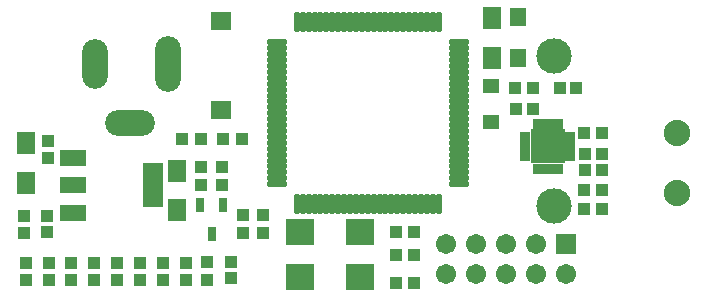
<source format=gts>
G04*
G04 #@! TF.GenerationSoftware,Altium Limited,Altium Designer,21.0.8 (223)*
G04*
G04 Layer_Color=8388736*
%FSLAX24Y24*%
%MOIN*%
G70*
G04*
G04 #@! TF.SameCoordinates,11726A0C-8756-45C8-9DEF-AB95AD2673E8*
G04*
G04*
G04 #@! TF.FilePolarity,Negative*
G04*
G01*
G75*
%ADD17C,0.0394*%
%ADD37R,0.0395X0.0434*%
%ADD38R,0.0590X0.0772*%
%ADD39R,0.0552X0.0474*%
%ADD40R,0.0552X0.0631*%
%ADD41R,0.0398X0.0420*%
%ADD42O,0.0190X0.0710*%
%ADD43O,0.0710X0.0190*%
%ADD44R,0.1143X0.1143*%
%ADD45R,0.0190X0.0342*%
%ADD46R,0.0342X0.0190*%
%ADD47R,0.0190X0.0342*%
%ADD48R,0.0946X0.0867*%
%ADD49R,0.0434X0.0395*%
%ADD50R,0.0395X0.0395*%
%ADD51R,0.0671X0.0631*%
%ADD52R,0.0316X0.0501*%
%ADD53R,0.0420X0.0398*%
%ADD54R,0.0880X0.0530*%
%ADD55R,0.0680X0.1480*%
%ADD56C,0.0880*%
%ADD57R,0.0671X0.0671*%
%ADD58C,0.0671*%
%ADD59C,0.1182*%
%ADD60C,0.0671*%
%ADD61O,0.1655X0.0867*%
%ADD62O,0.0867X0.1655*%
%ADD63O,0.0867X0.1852*%
D17*
X5791Y7952D02*
Y8936D01*
X4137Y6475D02*
X4925D01*
X3350Y8050D02*
Y8837D01*
D37*
X17399Y6950D02*
D03*
X17950D02*
D03*
X19400Y7650D02*
D03*
X18849D02*
D03*
X19700Y5450D02*
D03*
X20251D02*
D03*
X19700Y4900D02*
D03*
X20251D02*
D03*
D38*
X16600Y9978D02*
D03*
Y8650D02*
D03*
X1050Y5800D02*
D03*
Y4472D02*
D03*
X6100Y4893D02*
D03*
Y3565D02*
D03*
D39*
X16550Y7720D02*
D03*
Y6500D02*
D03*
D40*
X17450Y8650D02*
D03*
Y10016D02*
D03*
D41*
X14000Y2090D02*
D03*
X13407D02*
D03*
Y1156D02*
D03*
X14000D02*
D03*
X13993Y2850D02*
D03*
X13400D02*
D03*
X17357Y7650D02*
D03*
X17950D02*
D03*
X20244Y6150D02*
D03*
X19651D02*
D03*
X20244Y3600D02*
D03*
X19651D02*
D03*
X20244Y4250D02*
D03*
X19651D02*
D03*
D42*
X10090Y3772D02*
D03*
X10287D02*
D03*
X10484D02*
D03*
X10681D02*
D03*
X10877D02*
D03*
X11074D02*
D03*
X11271Y3772D02*
D03*
X11468D02*
D03*
X11665D02*
D03*
X11862D02*
D03*
X12059D02*
D03*
X12255D02*
D03*
X12452D02*
D03*
X12649D02*
D03*
X12846Y3772D02*
D03*
X13043D02*
D03*
X13240D02*
D03*
X13437D02*
D03*
X13633D02*
D03*
X13830Y3772D02*
D03*
X14027D02*
D03*
X14224D02*
D03*
X14421D02*
D03*
X14618D02*
D03*
X14814Y3772D02*
D03*
X14814Y9836D02*
D03*
X14618D02*
D03*
X14421D02*
D03*
X14224D02*
D03*
X14027D02*
D03*
X13830D02*
D03*
X13633D02*
D03*
X13437D02*
D03*
X13240D02*
D03*
X13043D02*
D03*
X12846D02*
D03*
X12649D02*
D03*
X12452D02*
D03*
X12255D02*
D03*
X12059D02*
D03*
X11862D02*
D03*
X11665D02*
D03*
X11468D02*
D03*
X11271D02*
D03*
X11074D02*
D03*
X10877Y9836D02*
D03*
X10681Y9836D02*
D03*
X10484D02*
D03*
X10287D02*
D03*
X10090D02*
D03*
D43*
X15484Y4442D02*
D03*
Y4639D02*
D03*
Y4836D02*
D03*
Y5032D02*
D03*
X15484Y5229D02*
D03*
Y5426D02*
D03*
X15484Y5623D02*
D03*
Y5820D02*
D03*
Y6017D02*
D03*
Y6213D02*
D03*
Y6410D02*
D03*
Y6607D02*
D03*
Y6804D02*
D03*
Y7001D02*
D03*
X15484Y7198D02*
D03*
Y7395D02*
D03*
Y7591D02*
D03*
X15484Y7788D02*
D03*
Y7985D02*
D03*
X15484Y8182D02*
D03*
Y8379D02*
D03*
Y8576D02*
D03*
Y8773D02*
D03*
Y8969D02*
D03*
Y9166D02*
D03*
X9421Y9166D02*
D03*
X9421Y8969D02*
D03*
Y8773D02*
D03*
Y8576D02*
D03*
Y8379D02*
D03*
X9421Y8182D02*
D03*
Y7985D02*
D03*
Y7788D02*
D03*
Y7591D02*
D03*
Y7395D02*
D03*
Y7198D02*
D03*
X9421Y7001D02*
D03*
Y6804D02*
D03*
Y6607D02*
D03*
Y6410D02*
D03*
X9421Y6213D02*
D03*
Y6017D02*
D03*
Y5820D02*
D03*
Y5623D02*
D03*
Y5426D02*
D03*
X9421Y5229D02*
D03*
Y5032D02*
D03*
Y4836D02*
D03*
Y4639D02*
D03*
Y4442D02*
D03*
D44*
X18450Y5700D02*
D03*
D45*
X18056Y6451D02*
D03*
X18253D02*
D03*
X18450D02*
D03*
X18647D02*
D03*
X18844D02*
D03*
D46*
X19201Y6094D02*
D03*
Y5897D02*
D03*
Y5700D02*
D03*
Y5503D02*
D03*
Y5306D02*
D03*
X17699D02*
D03*
Y5503D02*
D03*
Y5700D02*
D03*
Y5897D02*
D03*
Y6094D02*
D03*
D47*
X18844Y4949D02*
D03*
X18647D02*
D03*
X18450D02*
D03*
X18253D02*
D03*
X18056D02*
D03*
D48*
X10200Y2850D02*
D03*
X12200Y1350D02*
D03*
X12200Y2850D02*
D03*
X10200Y1350D02*
D03*
D49*
X1800Y5864D02*
D03*
Y5313D02*
D03*
X1005Y2826D02*
D03*
Y3377D02*
D03*
X1750Y3383D02*
D03*
Y2832D02*
D03*
X2577Y1801D02*
D03*
Y1250D02*
D03*
X4098Y1801D02*
D03*
Y1250D02*
D03*
X3338Y1801D02*
D03*
X3338Y1250D02*
D03*
X1057Y1801D02*
D03*
X1057Y1250D02*
D03*
X1817Y1801D02*
D03*
Y1250D02*
D03*
X4859Y1801D02*
D03*
Y1250D02*
D03*
X5619Y1801D02*
D03*
X5619Y1250D02*
D03*
X7900Y1851D02*
D03*
Y1300D02*
D03*
X6379Y1801D02*
D03*
Y1250D02*
D03*
D50*
X6250Y5950D02*
D03*
X6880Y5953D02*
D03*
X7620Y5954D02*
D03*
X8250Y5957D02*
D03*
D51*
X7550Y6897D02*
D03*
Y9889D02*
D03*
D52*
X7245Y2778D02*
D03*
X6871Y3750D02*
D03*
X7619D02*
D03*
D53*
X6900Y5000D02*
D03*
Y4407D02*
D03*
X8950Y2806D02*
D03*
Y3399D02*
D03*
X8300Y2806D02*
D03*
Y3399D02*
D03*
X7600Y5000D02*
D03*
Y4407D02*
D03*
X7098Y1251D02*
D03*
Y1844D02*
D03*
D54*
X2643Y3494D02*
D03*
Y4400D02*
D03*
Y5306D02*
D03*
D55*
X5300Y4400D02*
D03*
D56*
X22750Y4150D02*
D03*
Y6150D02*
D03*
D57*
X19050Y2450D02*
D03*
D58*
X19050Y1450D02*
D03*
X18050Y2450D02*
D03*
Y1450D02*
D03*
X17050Y2450D02*
D03*
Y1450D02*
D03*
X16050Y2450D02*
D03*
X16050Y1450D02*
D03*
X15050Y2450D02*
D03*
Y1450D02*
D03*
X4137Y6475D02*
D03*
X4925D02*
D03*
X3350Y8837D02*
D03*
Y8050D02*
D03*
D59*
X18650Y3700D02*
D03*
Y8700D02*
D03*
D60*
X5791Y7952D02*
D03*
Y8936D02*
D03*
D61*
X4531Y6475D02*
D03*
D62*
X3350Y8444D02*
D03*
D63*
X5791Y8444D02*
D03*
M02*

</source>
